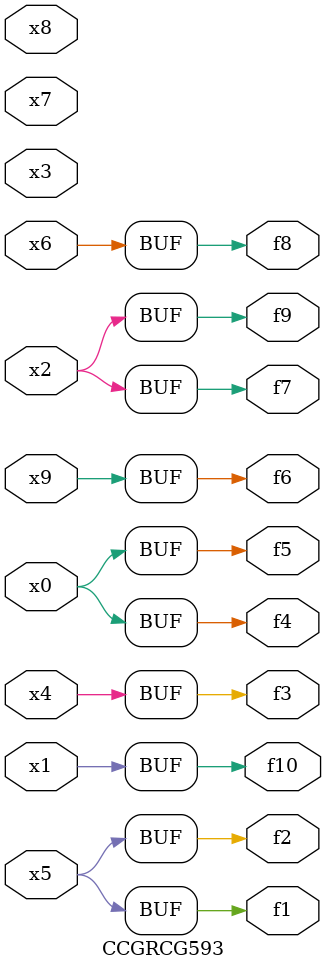
<source format=v>
module CCGRCG593(
	input x0, x1, x2, x3, x4, x5, x6, x7, x8, x9,
	output f1, f2, f3, f4, f5, f6, f7, f8, f9, f10
);
	assign f1 = x5;
	assign f2 = x5;
	assign f3 = x4;
	assign f4 = x0;
	assign f5 = x0;
	assign f6 = x9;
	assign f7 = x2;
	assign f8 = x6;
	assign f9 = x2;
	assign f10 = x1;
endmodule

</source>
